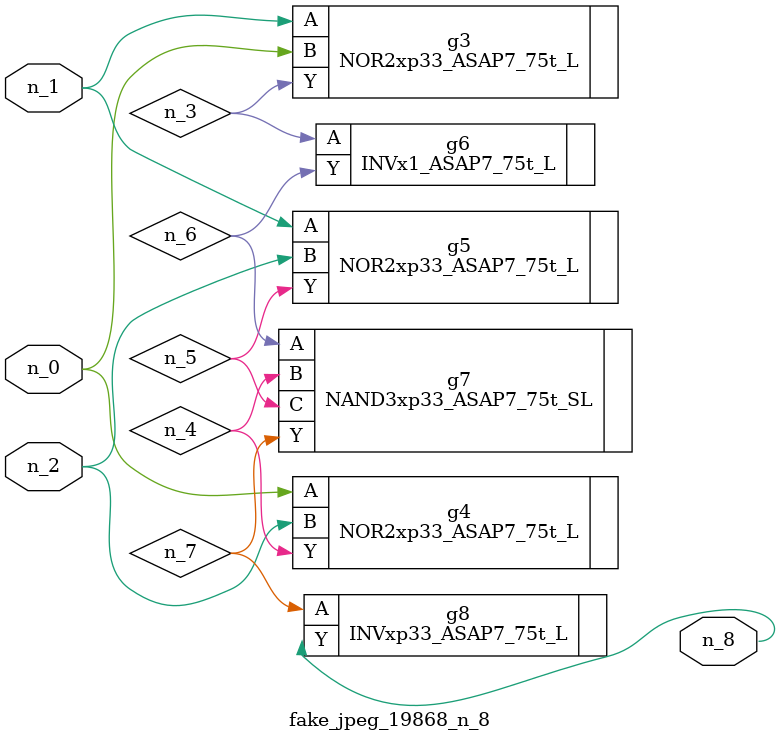
<source format=v>
module fake_jpeg_19868_n_8 (n_0, n_2, n_1, n_8);

input n_0;
input n_2;
input n_1;

output n_8;

wire n_3;
wire n_4;
wire n_6;
wire n_5;
wire n_7;

NOR2xp33_ASAP7_75t_L g3 ( 
.A(n_1),
.B(n_0),
.Y(n_3)
);

NOR2xp33_ASAP7_75t_L g4 ( 
.A(n_0),
.B(n_2),
.Y(n_4)
);

NOR2xp33_ASAP7_75t_L g5 ( 
.A(n_1),
.B(n_2),
.Y(n_5)
);

INVx1_ASAP7_75t_L g6 ( 
.A(n_3),
.Y(n_6)
);

NAND3xp33_ASAP7_75t_SL g7 ( 
.A(n_6),
.B(n_4),
.C(n_5),
.Y(n_7)
);

INVxp33_ASAP7_75t_L g8 ( 
.A(n_7),
.Y(n_8)
);


endmodule
</source>
